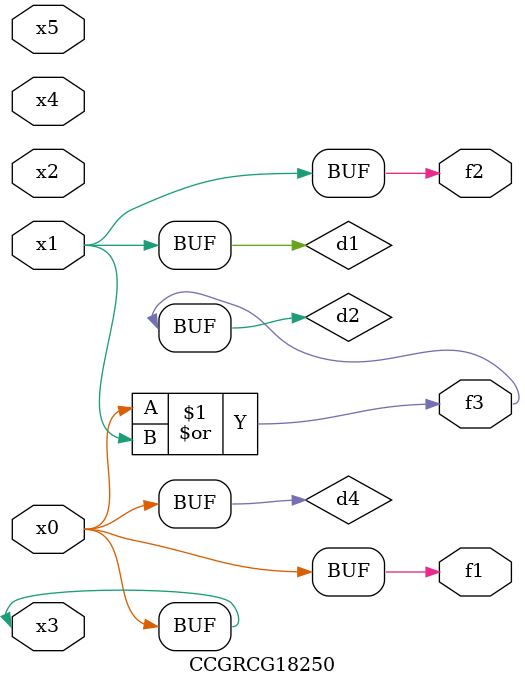
<source format=v>
module CCGRCG18250(
	input x0, x1, x2, x3, x4, x5,
	output f1, f2, f3
);

	wire d1, d2, d3, d4;

	and (d1, x1);
	or (d2, x0, x1);
	nand (d3, x0, x5);
	buf (d4, x0, x3);
	assign f1 = d4;
	assign f2 = d1;
	assign f3 = d2;
endmodule

</source>
